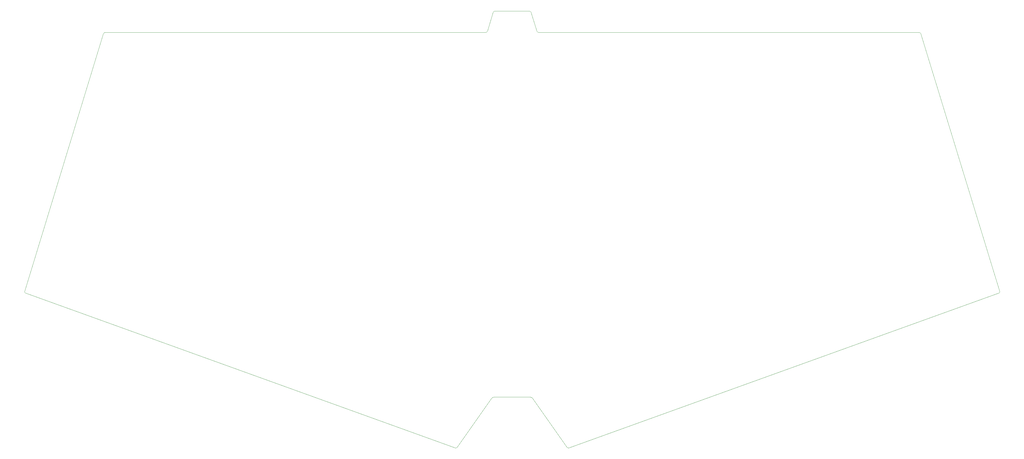
<source format=gm1>
G04 #@! TF.GenerationSoftware,KiCad,Pcbnew,(5.1.4)-1*
G04 #@! TF.CreationDate,2019-11-21T23:19:01-08:00*
G04 #@! TF.ProjectId,AODox,414f446f-782e-46b6-9963-61645f706362,v2*
G04 #@! TF.SameCoordinates,Original*
G04 #@! TF.FileFunction,Profile,NP*
%FSLAX46Y46*%
G04 Gerber Fmt 4.6, Leading zero omitted, Abs format (unit mm)*
G04 Created by KiCad (PCBNEW (5.1.4)-1) date 2019-11-21 23:19:01*
%MOMM*%
%LPD*%
G04 APERTURE LIST*
%ADD10C,0.100000*%
G04 APERTURE END LIST*
D10*
X211712655Y-69219827D02*
X211712655Y-69219827D01*
X213621255Y-62974257D02*
X211712655Y-69219827D01*
X213660870Y-62877877D02*
X213621255Y-62974257D01*
X213717442Y-62788108D02*
X213660870Y-62877877D01*
X213788372Y-62706873D02*
X213717442Y-62788108D01*
X213871063Y-62636097D02*
X213788372Y-62706873D01*
X213962916Y-62577700D02*
X213871063Y-62636097D01*
X214061333Y-62533608D02*
X213962916Y-62577700D01*
X214163715Y-62505742D02*
X214061333Y-62533608D01*
X214267465Y-62496026D02*
X214163715Y-62505742D01*
X225767355Y-62496126D02*
X214267465Y-62496026D01*
X225871102Y-62505842D02*
X225767355Y-62496126D01*
X225973481Y-62533708D02*
X225871102Y-62505842D01*
X226071896Y-62577801D02*
X225973481Y-62533708D01*
X226163746Y-62636198D02*
X226071896Y-62577801D01*
X226246434Y-62706976D02*
X226163746Y-62636198D01*
X226317360Y-62788212D02*
X226246434Y-62706976D01*
X226373927Y-62877983D02*
X226317360Y-62788212D01*
X226413535Y-62974367D02*
X226373927Y-62877983D01*
X228321165Y-69217967D02*
X226413535Y-62974367D01*
X228360773Y-69314351D02*
X228321165Y-69217967D01*
X228417338Y-69404122D02*
X228360773Y-69314351D01*
X228488263Y-69485358D02*
X228417338Y-69404122D01*
X228570950Y-69556136D02*
X228488263Y-69485358D01*
X228662800Y-69614533D02*
X228570950Y-69556136D01*
X228761214Y-69658625D02*
X228662800Y-69614533D01*
X228863596Y-69686491D02*
X228761214Y-69658625D01*
X228967345Y-69696207D02*
X228863596Y-69686491D01*
X357066965Y-69695357D02*
X228967345Y-69696207D01*
X357170711Y-69705072D02*
X357066965Y-69695357D01*
X357273091Y-69732937D02*
X357170711Y-69705072D01*
X357371508Y-69777027D02*
X357273091Y-69732937D01*
X357463364Y-69835421D02*
X357371508Y-69777027D01*
X357546062Y-69906194D02*
X357463364Y-69835421D01*
X357617004Y-69987425D02*
X357546062Y-69906194D01*
X357673594Y-70077190D02*
X357617004Y-69987425D01*
X357713235Y-70173567D02*
X357673594Y-70077190D01*
X384257555Y-156991351D02*
X357713235Y-70173567D01*
X384277464Y-157091171D02*
X384257555Y-156991351D01*
X384277499Y-157190817D02*
X384277464Y-157091171D01*
X384258963Y-157287684D02*
X384277499Y-157190817D01*
X384223160Y-157379169D02*
X384258963Y-157287684D01*
X384171393Y-157462665D02*
X384223160Y-157379169D01*
X384104966Y-157535570D02*
X384171393Y-157462665D01*
X384025182Y-157595278D02*
X384104966Y-157535570D01*
X383933345Y-157639184D02*
X384025182Y-157595278D01*
X239286935Y-209798124D02*
X383933345Y-157639184D01*
X239186278Y-209824008D02*
X239286935Y-209798124D01*
X239081191Y-209832033D02*
X239186278Y-209824008D01*
X238974724Y-209823162D02*
X239081191Y-209832033D01*
X238869927Y-209798355D02*
X238974724Y-209823162D01*
X238769851Y-209758575D02*
X238869927Y-209798355D01*
X238677545Y-209704784D02*
X238769851Y-209758575D01*
X238596060Y-209637943D02*
X238677545Y-209704784D01*
X238528445Y-209559014D02*
X238596060Y-209637943D01*
X226925275Y-193095704D02*
X238528445Y-209559014D01*
X226857055Y-193013328D02*
X226925275Y-193095704D01*
X226773840Y-192936603D02*
X226857055Y-193013328D01*
X226575102Y-192806676D02*
X226773840Y-192936603D01*
X226354416Y-192719077D02*
X226575102Y-192806676D01*
X226243765Y-192695259D02*
X226354416Y-192719077D01*
X226137135Y-192686954D02*
X226243765Y-192695259D01*
X213897255Y-192686954D02*
X226137135Y-192686954D01*
X213790622Y-192695259D02*
X213897255Y-192686954D01*
X213679968Y-192719077D02*
X213790622Y-192695259D01*
X213459280Y-192806676D02*
X213679968Y-192719077D01*
X213260545Y-192936603D02*
X213459280Y-192806676D01*
X213177332Y-193013328D02*
X213260545Y-192936603D01*
X213109115Y-193095704D02*
X213177332Y-193013328D01*
X201505866Y-209559014D02*
X213109115Y-193095704D01*
X201438251Y-209637935D02*
X201505866Y-209559014D01*
X201356766Y-209704773D02*
X201438251Y-209637935D01*
X201264459Y-209758565D02*
X201356766Y-209704773D01*
X201164382Y-209798348D02*
X201264459Y-209758565D01*
X201059584Y-209823158D02*
X201164382Y-209798348D01*
X200953116Y-209832033D02*
X201059584Y-209823158D01*
X200848026Y-209824010D02*
X200953116Y-209832033D01*
X200747366Y-209798124D02*
X200848026Y-209824010D01*
X56101125Y-157639194D02*
X200747366Y-209798124D01*
X56009294Y-157595293D02*
X56101125Y-157639194D01*
X55929517Y-157535588D02*
X56009294Y-157595293D01*
X55863098Y-157462684D02*
X55929517Y-157535588D01*
X55811337Y-157379185D02*
X55863098Y-157462684D01*
X55775538Y-157287697D02*
X55811337Y-157379185D01*
X55757002Y-157190825D02*
X55775538Y-157287697D01*
X55757030Y-157091175D02*
X55757002Y-157190825D01*
X55776925Y-156991351D02*
X55757030Y-157091175D01*
X82321215Y-70173247D02*
X55776925Y-156991351D01*
X82360841Y-70076871D02*
X82321215Y-70173247D01*
X82417423Y-69987107D02*
X82360841Y-70076871D01*
X82488364Y-69905878D02*
X82417423Y-69987107D01*
X82571064Y-69835106D02*
X82488364Y-69905878D01*
X82662924Y-69776714D02*
X82571064Y-69835106D01*
X82761347Y-69732625D02*
X82662924Y-69776714D01*
X82863734Y-69704762D02*
X82761347Y-69732625D01*
X82967485Y-69695047D02*
X82863734Y-69704762D01*
X211066455Y-69698047D02*
X82967485Y-69695047D01*
X211170203Y-69688334D02*
X211066455Y-69698047D01*
X211272585Y-69660471D02*
X211170203Y-69688334D01*
X211371002Y-69616381D02*
X211272585Y-69660471D01*
X211462857Y-69557986D02*
X211371002Y-69616381D01*
X211545548Y-69487210D02*
X211462857Y-69557986D01*
X211616478Y-69405976D02*
X211545548Y-69487210D01*
X211673046Y-69316207D02*
X211616478Y-69405976D01*
X211712655Y-69219827D02*
X211673046Y-69316207D01*
M02*

</source>
